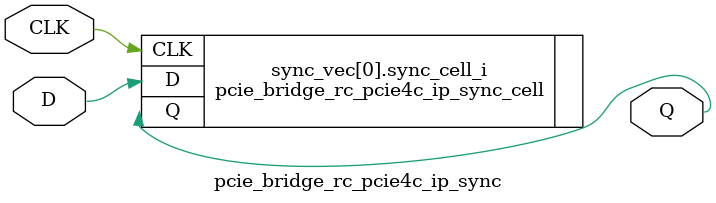
<source format=v>

`timescale 1ps / 1ps

(* DowngradeIPIdentifiedWarnings = "yes" *)
module pcie_bridge_rc_pcie4c_ip_sync #
(
    parameter integer WIDTH = 1, 
    parameter integer STAGE = 3
)
(
    //-------------------------------------------------------------------------- 
    //  Input Ports
    //-------------------------------------------------------------------------- 
    input                               CLK,
    input       [WIDTH-1:0]             D,
    
    //-------------------------------------------------------------------------- 
    //  Output Ports
    //-------------------------------------------------------------------------- 
    output      [WIDTH-1:0]             Q
);                                                        



//--------------------------------------------------------------------------------------------------
//  Generate Synchronizer - Begin
//--------------------------------------------------------------------------------------------------
genvar i;

generate for (i=0; i<WIDTH; i=i+1) 

    begin : sync_vec

    //----------------------------------------------------------------------
    //  Synchronizer
    //----------------------------------------------------------------------
    pcie_bridge_rc_pcie4c_ip_sync_cell #
    (
        .STAGE                          (STAGE)
    )    
    sync_cell_i
    (
        //------------------------------------------------------------------
        //  Input Ports
        //------------------------------------------------------------------
        .CLK                            (CLK),
        .D                              (D[i]),

        //------------------------------------------------------------------
        //  Output Ports
        //------------------------------------------------------------------
        .Q                              (Q[i])
    );
 
    end   
      
endgenerate 
//--------------------------------------------------------------------------------------------------
//  Generate - End
//--------------------------------------------------------------------------------------------------



endmodule

</source>
